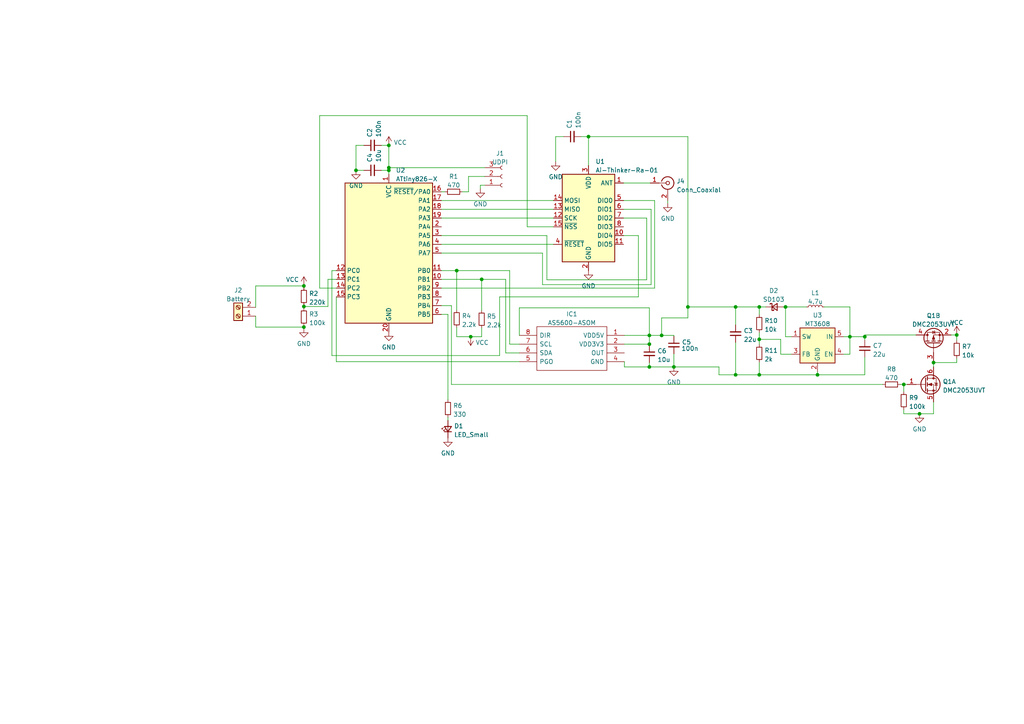
<source format=kicad_sch>
(kicad_sch (version 20211123) (generator eeschema)
  (paper "A4")
  (lib_symbols
    (symbol "AS5600-ASOM:AS5600-ASOM" (pin_names (offset 0.762))
      (property "Reference" "IC" (at 26.67 7.62 0))
      (property "Value" "AS5600-ASOM" (at 26.67 5.08 0))
      (symbol "AS5600-ASOM_0_0"
        (pin passive line (at 0 0 0) (length 5.08) (name "VDD5V") (number "1"))
        (pin passive line (at 0 -2.54 0) (length 5.08) (name "VDD3V3") (number "2"))
        (pin passive line (at 0 -5.08 0) (length 5.08) (name "OUT") (number "3"))
        (pin passive line (at 0 -7.62 0) (length 5.08) (name "GND") (number "4"))
        (pin passive line (at 30.48 -7.62 180) (length 5.08) (name "PGO") (number "5"))
        (pin passive line (at 30.48 -5.08 180) (length 5.08) (name "SDA") (number "6"))
        (pin passive line (at 30.48 -2.54 180) (length 5.08) (name "SCL") (number "7"))
        (pin passive line (at 30.48 0 180) (length 5.08) (name "DIR") (number "8"))
      )
      (symbol "AS5600-ASOM_0_1"
        (polyline (pts (xy 5.08 2.54) (xy 25.4 2.54) (xy 25.4 -10.16) (xy 5.08 -10.16) (xy 5.08 2.54)) (stroke (width 0.1524)))
      )
    )
    (symbol "Connector:Conn_01x03_Female" (pin_names (offset 1.016) hide)
      (property "Reference" "J" (at 0 5.08 0))
      (property "Value" "Conn_01x03_Female" (at 0 -5.08 0))
      (symbol "Conn_01x03_Female_1_1"
        (arc (start 0 -2.032) (mid -0.508 -2.54) (end 0 -3.048) (stroke (width 0.1524)))
        (polyline (pts (xy -1.27 -2.54) (xy -0.508 -2.54)) (stroke (width 0.1524)))
        (polyline (pts (xy -1.27 0) (xy -0.508 0)) (stroke (width 0.1524)))
        (polyline (pts (xy -1.27 2.54) (xy -0.508 2.54)) (stroke (width 0.1524)))
        (arc (start 0 0.508) (mid -0.508 0) (end 0 -0.508) (stroke (width 0.1524)))
        (arc (start 0 3.048) (mid -0.508 2.54) (end 0 2.032) (stroke (width 0.1524)))
        (pin passive line (at -5.08 2.54 0) (length 3.81) (name "Pin_1") (number "1"))
        (pin passive line (at -5.08 0 0) (length 3.81) (name "Pin_2") (number "2"))
        (pin passive line (at -5.08 -2.54 0) (length 3.81) (name "Pin_3") (number "3"))
      )
    )
    (symbol "Connector:Conn_Coaxial" (pin_names (offset 1.016) hide)
      (property "Reference" "J" (at 0.254 3.048 0))
      (property "Value" "Conn_Coaxial" (at 2.921 0 90))
      (symbol "Conn_Coaxial_0_1"
        (arc (start -1.778 -0.508) (mid 0.2311 -1.8066) (end 1.778 0) (stroke (width 0.254)))
        (polyline (pts (xy -2.54 0) (xy -0.508 0)))
        (polyline (pts (xy 0 -2.54) (xy 0 -1.778)))
        (circle (center 0 0) (radius 0.508) (stroke (width 0.2032)))
        (arc (start 1.778 0) (mid 0.2099 1.8101) (end -1.778 0.508) (stroke (width 0.254)))
      )
      (symbol "Conn_Coaxial_1_1"
        (pin passive line (at -5.08 0 0) (length 2.54) (name "In") (number "1"))
        (pin passive line (at 0 -5.08 90) (length 2.54) (name "Ext") (number "2"))
      )
    )
    (symbol "Connector:Screw_Terminal_01x02" (pin_names (offset 1.016) hide)
      (property "Reference" "J" (at 0 2.54 0))
      (property "Value" "Screw_Terminal_01x02" (at 0 -5.08 0))
      (symbol "Screw_Terminal_01x02_1_1"
        (rectangle (start -1.27 1.27) (end 1.27 -3.81) (stroke (width 0.254)) (fill (type background)))
        (circle (center 0 -2.54) (radius 0.635) (stroke (width 0.1524)))
        (polyline (pts (xy -0.5334 -2.2098) (xy 0.3302 -3.048)) (stroke (width 0.1524)))
        (polyline (pts (xy -0.5334 0.3302) (xy 0.3302 -0.508)) (stroke (width 0.1524)))
        (polyline (pts (xy -0.3556 -2.032) (xy 0.508 -2.8702)) (stroke (width 0.1524)))
        (polyline (pts (xy -0.3556 0.508) (xy 0.508 -0.3302)) (stroke (width 0.1524)))
        (circle (center 0 0) (radius 0.635) (stroke (width 0.1524)))
        (pin passive line (at -5.08 0 0) (length 3.81) (name "Pin_1") (number "1"))
        (pin passive line (at -5.08 -2.54 0) (length 3.81) (name "Pin_2") (number "2"))
      )
    )
    (symbol "Device:C_Small" (pin_numbers hide) (pin_names (offset 0.254) hide)
      (property "Reference" "C" (at 0.254 1.778 0))
      (property "Value" "C_Small" (at 0.254 -2.032 0))
      (symbol "C_Small_0_1"
        (polyline (pts (xy -1.524 -0.508) (xy 1.524 -0.508)) (stroke (width 0.3302)))
        (polyline (pts (xy -1.524 0.508) (xy 1.524 0.508)) (stroke (width 0.3048)))
      )
      (symbol "C_Small_1_1"
        (pin passive line (at 0 2.54 270) (length 2.032) (name "~") (number "1"))
        (pin passive line (at 0 -2.54 90) (length 2.032) (name "~") (number "2"))
      )
    )
    (symbol "Device:D_Schottky_Small" (pin_numbers hide) (pin_names (offset 0.254) hide)
      (property "Reference" "D" (at -1.27 2.032 0))
      (property "Value" "D_Schottky_Small" (at -7.112 -2.032 0))
      (symbol "D_Schottky_Small_0_1"
        (polyline (pts (xy -0.762 0) (xy 0.762 0)))
        (polyline (pts (xy 0.762 -1.016) (xy -0.762 0) (xy 0.762 1.016) (xy 0.762 -1.016)) (stroke (width 0.254)))
        (polyline (pts (xy -1.27 0.762) (xy -1.27 1.016) (xy -0.762 1.016) (xy -0.762 -1.016) (xy -0.254 -1.016) (xy -0.254 -0.762)) (stroke (width 0.254)))
      )
      (symbol "D_Schottky_Small_1_1"
        (pin passive line (at -2.54 0 0) (length 1.778) (name "K") (number "1"))
        (pin passive line (at 2.54 0 180) (length 1.778) (name "A") (number "2"))
      )
    )
    (symbol "Device:LED_Small" (pin_numbers hide) (pin_names (offset 0.254) hide)
      (property "Reference" "D" (at -1.27 3.175 0))
      (property "Value" "LED_Small" (at -4.445 -2.54 0))
      (symbol "LED_Small_0_1"
        (polyline (pts (xy -0.762 -1.016) (xy -0.762 1.016)) (stroke (width 0.254)))
        (polyline (pts (xy 1.016 0) (xy -0.762 0)))
        (polyline (pts (xy 0.762 -1.016) (xy -0.762 0) (xy 0.762 1.016) (xy 0.762 -1.016)) (stroke (width 0.254)))
        (polyline (pts (xy 0 0.762) (xy -0.508 1.27) (xy -0.254 1.27) (xy -0.508 1.27) (xy -0.508 1.016)))
        (polyline (pts (xy 0.508 1.27) (xy 0 1.778) (xy 0.254 1.778) (xy 0 1.778) (xy 0 1.524)))
      )
      (symbol "LED_Small_1_1"
        (pin passive line (at -2.54 0 0) (length 1.778) (name "K") (number "1"))
        (pin passive line (at 2.54 0 180) (length 1.778) (name "A") (number "2"))
      )
    )
    (symbol "Device:L_Small" (pin_numbers hide) (pin_names (offset 0.254) hide)
      (property "Reference" "L" (at 0.762 1.016 0))
      (property "Value" "L_Small" (at 0.762 -1.016 0))
      (symbol "L_Small_0_1"
        (arc (start 0 -2.032) (mid 0.508 -1.524) (end 0 -1.016))
        (arc (start 0 -1.016) (mid 0.508 -0.508) (end 0 0))
        (arc (start 0 0) (mid 0.508 0.508) (end 0 1.016))
        (arc (start 0 1.016) (mid 0.508 1.524) (end 0 2.032))
      )
      (symbol "L_Small_1_1"
        (pin passive line (at 0 2.54 270) (length 0.508) (name "~") (number "1"))
        (pin passive line (at 0 -2.54 90) (length 0.508) (name "~") (number "2"))
      )
    )
    (symbol "Device:R_Small" (pin_numbers hide) (pin_names (offset 0.254) hide)
      (property "Reference" "R" (at 0.762 0.508 0))
      (property "Value" "R_Small" (at 0.762 -1.016 0))
      (symbol "R_Small_0_1"
        (rectangle (start -0.762 1.778) (end 0.762 -1.778) (stroke (width 0.2032)))
      )
      (symbol "R_Small_1_1"
        (pin passive line (at 0 2.54 270) (length 0.762) (name "~") (number "1"))
        (pin passive line (at 0 -2.54 90) (length 0.762) (name "~") (number "2"))
      )
    )
    (symbol "MCU_Microchip_ATtiny:ATtiny826-X"
      (property "Reference" "U" (at -12.7 21.59 0))
      (property "Value" "ATtiny826-X" (at 2.54 -21.59 0))
      (symbol "ATtiny826-X_0_1"
        (rectangle (start -12.7 -20.32) (end 12.7 20.32) (stroke (width 0.254)) (fill (type background)))
      )
      (symbol "ATtiny826-X_1_1"
        (pin power_in line (at 0 22.86 270) (length 2.54) (name "VCC") (number "1"))
        (pin bidirectional line (at 15.24 -7.62 180) (length 2.54) (name "PB1") (number "10"))
        (pin bidirectional line (at 15.24 -5.08 180) (length 2.54) (name "PB0") (number "11"))
        (pin bidirectional line (at -15.24 -5.08 0) (length 2.54) (name "PC0") (number "12"))
        (pin bidirectional line (at -15.24 -7.62 0) (length 2.54) (name "PC1") (number "13"))
        (pin bidirectional line (at -15.24 -10.16 0) (length 2.54) (name "PC2") (number "14"))
        (pin bidirectional line (at -15.24 -12.7 0) (length 2.54) (name "PC3") (number "15"))
        (pin bidirectional line (at 15.24 17.78 180) (length 2.54) (name "~{RESET}/PA0") (number "16"))
        (pin bidirectional line (at 15.24 15.24 180) (length 2.54) (name "PA1") (number "17"))
        (pin bidirectional line (at 15.24 12.7 180) (length 2.54) (name "PA2") (number "18"))
        (pin bidirectional line (at 15.24 10.16 180) (length 2.54) (name "PA3") (number "19"))
        (pin bidirectional line (at 15.24 7.62 180) (length 2.54) (name "PA4") (number "2"))
        (pin power_in line (at 0 -22.86 90) (length 2.54) (name "GND") (number "20"))
        (pin bidirectional line (at 15.24 5.08 180) (length 2.54) (name "PA5") (number "3"))
        (pin bidirectional line (at 15.24 2.54 180) (length 2.54) (name "PA6") (number "4"))
        (pin bidirectional line (at 15.24 0 180) (length 2.54) (name "PA7") (number "5"))
        (pin bidirectional line (at 15.24 -17.78 180) (length 2.54) (name "PB5") (number "6"))
        (pin bidirectional line (at 15.24 -15.24 180) (length 2.54) (name "PB4") (number "7"))
        (pin bidirectional line (at 15.24 -12.7 180) (length 2.54) (name "PB3") (number "8"))
        (pin bidirectional line (at 15.24 -10.16 180) (length 2.54) (name "PB2") (number "9"))
      )
    )
    (symbol "RF_Module:Ai-Thinker-Ra-01"
      (property "Reference" "U" (at 2.54 17.78 0))
      (property "Value" "Ai-Thinker-Ra-01" (at 13.97 -15.24 0))
      (symbol "Ai-Thinker-Ra-01_0_1"
        (rectangle (start -7.62 12.7) (end 7.62 -12.7) (stroke (width 0.254)) (fill (type background)))
      )
      (symbol "Ai-Thinker-Ra-01_1_1"
        (pin passive line (at 10.16 10.16 180) (length 2.54) (name "ANT") (number "1"))
        (pin bidirectional line (at 10.16 -5.08 180) (length 2.54) (name "DIO4") (number "10"))
        (pin bidirectional line (at 10.16 -7.62 180) (length 2.54) (name "DIO5") (number "11"))
        (pin input line (at -10.16 0 0) (length 2.54) (name "SCK") (number "12"))
        (pin output line (at -10.16 2.54 0) (length 2.54) (name "MISO") (number "13"))
        (pin input line (at -10.16 5.08 0) (length 2.54) (name "MOSI") (number "14"))
        (pin input line (at -10.16 -2.54 0) (length 2.54) (name "~{NSS}") (number "15"))
        (pin passive line (at 0 -15.24 90) (length 2.54) hide (name "GND") (number "16"))
        (pin power_in line (at 0 -15.24 90) (length 2.54) (name "GND") (number "2"))
        (pin power_in line (at 0 15.24 270) (length 2.54) (name "VDD") (number "3"))
        (pin input line (at -10.16 -7.62 0) (length 2.54) (name "~{RESET}") (number "4"))
        (pin bidirectional line (at 10.16 5.08 180) (length 2.54) (name "DIO0") (number "5"))
        (pin bidirectional line (at 10.16 2.54 180) (length 2.54) (name "DIO1") (number "6"))
        (pin bidirectional line (at 10.16 0 180) (length 2.54) (name "DIO2") (number "7"))
        (pin bidirectional line (at 10.16 -2.54 180) (length 2.54) (name "DIO3") (number "8"))
        (pin passive line (at 0 -15.24 90) (length 2.54) hide (name "GND") (number "9"))
      )
    )
    (symbol "Regulator_Switching:MT3608"
      (property "Reference" "U" (at -2.54 8.89 0))
      (property "Value" "MT3608" (at -3.81 6.35 0))
      (symbol "MT3608_0_1"
        (rectangle (start -5.08 5.08) (end 5.08 -5.08) (stroke (width 0.254)) (fill (type background)))
      )
      (symbol "MT3608_1_1"
        (pin passive line (at 7.62 2.54 180) (length 2.54) (name "SW") (number "1"))
        (pin power_in line (at 0 -7.62 90) (length 2.54) (name "GND") (number "2"))
        (pin input line (at 7.62 -2.54 180) (length 2.54) (name "FB") (number "3"))
        (pin input line (at -7.62 -2.54 0) (length 2.54) (name "EN") (number "4"))
        (pin power_in line (at -7.62 2.54 0) (length 2.54) (name "IN") (number "5"))
        (pin no_connect line (at 5.08 0 180) (length 2.54) hide (name "NC") (number "6"))
      )
    )
    (symbol "Transistor_FET:DMC2053UVT" (pin_names hide)
      (property "Reference" "Q" (at 3.175 1.27 0))
      (property "Value" "DMC2053UVT" (at 3.175 -1.27 0))
      (symbol "DMC2053UVT_0_1"
        (circle (center -0.889 0) (radius 2.794) (stroke (width 0.254)))
        (circle (center 0 -1.778) (radius 0.254) (fill (type outline)))
        (polyline (pts (xy -2.286 0) (xy -5.08 0)))
        (polyline (pts (xy -2.286 1.905) (xy -2.286 -1.905)) (stroke (width 0.254)))
        (polyline (pts (xy -1.778 -1.27) (xy -1.778 -2.286)) (stroke (width 0.254)))
        (polyline (pts (xy -1.778 0.508) (xy -1.778 -0.508)) (stroke (width 0.254)))
        (polyline (pts (xy -1.778 2.286) (xy -1.778 1.27)) (stroke (width 0.254)))
        (polyline (pts (xy 0 2.54) (xy 0 1.778)))
        (polyline (pts (xy 0 -2.54) (xy 0 0) (xy -1.778 0)))
        (polyline (pts (xy -1.778 -1.778) (xy 0.762 -1.778) (xy 0.762 1.778) (xy -1.778 1.778)))
        (circle (center 0 1.778) (radius 0.254) (fill (type outline)))
      )
      (symbol "DMC2053UVT_1_1"
        (polyline (pts (xy -1.524 0) (xy -0.508 0.381) (xy -0.508 -0.381) (xy -1.524 0)) (fill (type outline)))
        (polyline (pts (xy 0.254 0.508) (xy 0.381 0.381) (xy 1.143 0.381) (xy 1.27 0.254)))
        (polyline (pts (xy 0.762 0.381) (xy 0.381 -0.254) (xy 1.143 -0.254) (xy 0.762 0.381)))
        (pin passive line (at -7.62 0 0) (length 2.54) (name "G") (number "1"))
        (pin passive line (at 0 -5.08 90) (length 2.54) (name "S") (number "5"))
        (pin passive line (at 0 5.08 270) (length 2.54) (name "D") (number "6"))
      )
      (symbol "DMC2053UVT_2_1"
        (polyline (pts (xy -0.254 0) (xy -1.27 0.381) (xy -1.27 -0.381) (xy -0.254 0)) (fill (type outline)))
        (polyline (pts (xy 0.254 -0.508) (xy 0.381 -0.381) (xy 1.143 -0.381) (xy 1.27 -0.254)))
        (polyline (pts (xy 0.762 -0.381) (xy 0.381 0.254) (xy 1.143 0.254) (xy 0.762 -0.381)))
        (pin passive line (at 0 -5.08 90) (length 2.54) (name "S") (number "2"))
        (pin passive line (at -7.62 0 0) (length 2.54) (name "G") (number "3"))
        (pin passive line (at 0 5.08 270) (length 2.54) (name "D") (number "4"))
      )
    )
    (symbol "power:GND" (power) (pin_names (offset 0))
      (property "Value" "GND" (at 0 -3.81 0))
      (symbol "GND_0_1"
        (polyline (pts (xy 0 0) (xy 0 -1.27) (xy 1.27 -1.27) (xy 0 -2.54) (xy -1.27 -1.27) (xy 0 -1.27)))
      )
      (symbol "GND_1_1"
        (pin power_in line (at 0 0 270) (length 0) hide (name "GND") (number "1"))
      )
    )
    (symbol "power:VCC" (power) (pin_names (offset 0))
      (property "Value" "VCC" (at 0 3.81 0))
      (symbol "VCC_0_1"
        (polyline (pts (xy -0.762 1.27) (xy 0 2.54)))
        (polyline (pts (xy 0 0) (xy 0 2.54)))
        (polyline (pts (xy 0 2.54) (xy 0.762 1.27)))
      )
      (symbol "VCC_1_1"
        (pin power_in line (at 0 0 90) (length 0) hide (name "VCC") (number "1"))
      )
    )
  )
  (junction (at 277.495 97.155))
  (junction (at 112.776 48.641))
  (junction (at 266.7 120.015))
  (junction (at 88.138 88.9))
  (junction (at 139.7 81.026))
  (junction (at 250.825 97.663))
  (junction (at 213.36 108.712))
  (junction (at 88.138 94.869))
  (junction (at 227.838 89.027))
  (junction (at 220.218 98.425))
  (junction (at 262.128 111.506))
  (junction (at 195.453 106.426))
  (junction (at 246.507 97.663))
  (junction (at 132.461 78.486))
  (junction (at 112.776 49.403))
  (junction (at 237.109 108.712))
  (junction (at 188.341 97.282))
  (junction (at 136.525 97.663))
  (junction (at 170.688 39.624))
  (junction (at 188.341 99.822))
  (junction (at 191.897 97.282))
  (junction (at 103.251 49.403))
  (junction (at 213.36 89.027))
  (junction (at 199.517 89.027))
  (junction (at 220.218 89.027))
  (junction (at 220.218 108.712))
  (junction (at 112.776 42.164))
  (junction (at 88.138 82.931))
  (junction (at 188.341 106.426))
  (junction (at 270.764 105.156))
  (wire (pts (xy 74.168 89.154) (xy 74.168 82.931)))
  (wire (pts (xy 139.7 97.663) (xy 136.525 97.663)))
  (wire (pts (xy 132.461 78.486) (xy 132.461 89.916)))
  (wire (pts (xy 270.764 116.586) (xy 270.764 120.015)))
  (wire (pts (xy 180.848 58.166) (xy 189.865 58.166)))
  (wire (pts (xy 158.623 81.153) (xy 158.623 68.326)))
  (wire (pts (xy 185.166 86.106) (xy 185.166 68.326)))
  (wire (pts (xy 103.251 42.164) (xy 103.251 49.403)))
  (wire (pts (xy 74.168 82.931) (xy 88.138 82.931)))
  (wire (pts (xy 195.453 106.426) (xy 208.534 106.426)))
  (wire (pts (xy 88.138 94.869) (xy 88.138 95.25)))
  (wire (pts (xy 266.7 120.015) (xy 262.128 120.015)))
  (wire (pts (xy 220.218 105.029) (xy 220.218 108.712)))
  (wire (pts (xy 220.218 108.712) (xy 237.109 108.712)))
  (wire (pts (xy 256.032 111.506) (xy 130.937 111.506)))
  (wire (pts (xy 262.128 111.506) (xy 262.128 113.665)))
  (wire (pts (xy 188.849 60.706) (xy 188.849 82.55)))
  (wire (pts (xy 135.89 51.181) (xy 135.89 55.626)))
  (wire (pts (xy 250.825 97.155) (xy 250.825 97.663)))
  (wire (pts (xy 277.495 98.806) (xy 277.495 97.155)))
  (wire (pts (xy 246.507 97.663) (xy 250.825 97.663)))
  (wire (pts (xy 112.776 42.164) (xy 110.617 42.164)))
  (wire (pts (xy 150.622 102.362) (xy 146.685 102.362)))
  (wire (pts (xy 233.934 89.027) (xy 227.838 89.027)))
  (wire (pts (xy 129.921 91.186) (xy 128.016 91.186)))
  (wire (pts (xy 92.71 33.528) (xy 92.71 83.566)))
  (wire (pts (xy 95.123 88.9) (xy 88.138 88.9)))
  (wire (pts (xy 128.016 70.866) (xy 160.528 70.866)))
  (wire (pts (xy 199.517 89.027) (xy 199.517 92.202)))
  (wire (pts (xy 157.353 73.406) (xy 128.016 73.406)))
  (wire (pts (xy 129.921 121.031) (xy 129.921 121.92)))
  (wire (pts (xy 96.266 78.486) (xy 97.536 78.486)))
  (wire (pts (xy 191.897 92.202) (xy 199.517 92.202)))
  (wire (pts (xy 244.729 102.743) (xy 246.507 102.743)))
  (wire (pts (xy 181.102 104.902) (xy 181.102 106.426)))
  (wire (pts (xy 112.776 48.641) (xy 112.776 49.403)))
  (wire (pts (xy 187.579 81.153) (xy 158.623 81.153)))
  (wire (pts (xy 170.688 39.624) (xy 199.517 39.624)))
  (wire (pts (xy 139.319 53.721) (xy 140.589 53.721)))
  (wire (pts (xy 191.897 97.282) (xy 191.897 92.202)))
  (wire (pts (xy 195.453 106.426) (xy 195.453 102.616)))
  (wire (pts (xy 74.168 94.869) (xy 88.138 94.869)))
  (wire (pts (xy 226.441 102.743) (xy 226.441 98.425)))
  (wire (pts (xy 277.495 105.156) (xy 270.764 105.156)))
  (wire (pts (xy 163.449 39.624) (xy 161.163 39.624)))
  (wire (pts (xy 181.102 97.282) (xy 188.341 97.282)))
  (wire (pts (xy 220.218 89.027) (xy 222.123 89.027)))
  (wire (pts (xy 188.341 106.426) (xy 195.453 106.426)))
  (wire (pts (xy 128.016 58.166) (xy 160.528 58.166)))
  (wire (pts (xy 250.825 108.712) (xy 237.109 108.712)))
  (wire (pts (xy 139.7 95.123) (xy 139.7 97.663)))
  (wire (pts (xy 158.623 68.326) (xy 128.016 68.326)))
  (wire (pts (xy 246.507 89.027) (xy 246.507 97.663)))
  (wire (pts (xy 130.937 111.506) (xy 130.937 88.646)))
  (wire (pts (xy 139.319 54.737) (xy 139.319 53.721)))
  (wire (pts (xy 140.589 51.181) (xy 135.89 51.181)))
  (wire (pts (xy 95.123 88.9) (xy 95.123 81.026)))
  (wire (pts (xy 191.897 97.282) (xy 195.453 97.282)))
  (wire (pts (xy 181.102 99.822) (xy 188.341 99.822)))
  (wire (pts (xy 157.353 82.55) (xy 157.353 73.406)))
  (wire (pts (xy 208.534 106.426) (xy 208.534 108.712)))
  (wire (pts (xy 227.838 97.663) (xy 229.489 97.663)))
  (wire (pts (xy 226.441 98.425) (xy 220.218 98.425)))
  (wire (pts (xy 88.138 82.804) (xy 88.138 82.931)))
  (wire (pts (xy 136.525 97.663) (xy 132.461 97.663)))
  (wire (pts (xy 152.908 33.528) (xy 92.71 33.528)))
  (wire (pts (xy 88.138 88.519) (xy 88.138 88.9)))
  (wire (pts (xy 220.218 96.393) (xy 220.218 98.425)))
  (wire (pts (xy 180.848 60.706) (xy 188.849 60.706)))
  (wire (pts (xy 277.495 103.886) (xy 277.495 105.156)))
  (wire (pts (xy 208.534 108.712) (xy 213.36 108.712)))
  (wire (pts (xy 150.622 99.822) (xy 147.828 99.822)))
  (wire (pts (xy 263.144 111.506) (xy 262.128 111.506)))
  (wire (pts (xy 261.112 111.506) (xy 262.128 111.506)))
  (wire (pts (xy 277.495 97.155) (xy 275.844 97.155)))
  (wire (pts (xy 188.341 105.156) (xy 188.341 106.426)))
  (wire (pts (xy 246.507 97.663) (xy 244.729 97.663)))
  (wire (pts (xy 103.251 49.403) (xy 105.537 49.403)))
  (wire (pts (xy 185.166 86.106) (xy 144.907 86.106)))
  (wire (pts (xy 88.138 94.488) (xy 88.138 94.869)))
  (wire (pts (xy 147.828 78.486) (xy 132.461 78.486)))
  (wire (pts (xy 250.825 103.632) (xy 250.825 108.712)))
  (wire (pts (xy 239.014 89.027) (xy 246.507 89.027)))
  (wire (pts (xy 170.688 39.624) (xy 170.688 48.006)))
  (wire (pts (xy 195.453 97.282) (xy 195.453 97.536)))
  (wire (pts (xy 227.838 89.027) (xy 227.838 97.663)))
  (wire (pts (xy 110.617 49.403) (xy 112.776 49.403)))
  (wire (pts (xy 150.622 97.282) (xy 150.622 89.281)))
  (wire (pts (xy 199.517 89.027) (xy 213.36 89.027)))
  (wire (pts (xy 187.579 63.246) (xy 187.579 81.153)))
  (wire (pts (xy 170.688 39.624) (xy 168.529 39.624)))
  (wire (pts (xy 132.461 97.663) (xy 132.461 94.996)))
  (wire (pts (xy 185.166 68.326) (xy 180.848 68.326)))
  (wire (pts (xy 128.016 63.246) (xy 160.528 63.246)))
  (wire (pts (xy 188.341 97.282) (xy 188.341 99.822)))
  (wire (pts (xy 199.517 39.624) (xy 199.517 89.027)))
  (wire (pts (xy 112.776 49.403) (xy 112.776 50.546)))
  (wire (pts (xy 262.128 120.015) (xy 262.128 118.745)))
  (wire (pts (xy 229.489 102.743) (xy 226.441 102.743)))
  (wire (pts (xy 189.865 58.166) (xy 189.865 83.566)))
  (wire (pts (xy 112.776 48.641) (xy 140.589 48.641)))
  (wire (pts (xy 220.218 98.425) (xy 220.218 99.949)))
  (wire (pts (xy 144.907 86.106) (xy 144.907 103.124)))
  (wire (pts (xy 150.622 89.281) (xy 188.341 89.281)))
  (wire (pts (xy 227.203 89.027) (xy 227.838 89.027)))
  (wire (pts (xy 146.685 102.362) (xy 146.685 81.026)))
  (wire (pts (xy 88.138 82.931) (xy 88.138 83.439)))
  (wire (pts (xy 146.685 81.026) (xy 139.7 81.026)))
  (wire (pts (xy 97.536 104.902) (xy 97.536 86.106)))
  (wire (pts (xy 152.908 65.786) (xy 152.908 33.528)))
  (wire (pts (xy 105.537 42.164) (xy 103.251 42.164)))
  (wire (pts (xy 135.89 55.626) (xy 134.112 55.626)))
  (wire (pts (xy 220.218 91.313) (xy 220.218 89.027)))
  (wire (pts (xy 250.825 97.663) (xy 250.825 98.552)))
  (wire (pts (xy 128.016 60.706) (xy 160.528 60.706)))
  (wire (pts (xy 112.776 42.164) (xy 112.776 48.641)))
  (wire (pts (xy 130.937 88.646) (xy 128.016 88.646)))
  (wire (pts (xy 213.36 108.712) (xy 220.218 108.712)))
  (wire (pts (xy 188.341 89.281) (xy 188.341 97.282)))
  (wire (pts (xy 144.907 103.124) (xy 96.266 103.124)))
  (wire (pts (xy 246.507 102.743) (xy 246.507 97.663)))
  (wire (pts (xy 139.7 81.026) (xy 128.016 81.026)))
  (wire (pts (xy 160.528 65.786) (xy 152.908 65.786)))
  (wire (pts (xy 129.921 115.951) (xy 129.921 91.186)))
  (wire (pts (xy 220.218 89.027) (xy 213.36 89.027)))
  (wire (pts (xy 181.102 106.426) (xy 188.341 106.426)))
  (wire (pts (xy 270.764 105.156) (xy 270.764 104.775)))
  (wire (pts (xy 270.764 120.015) (xy 266.7 120.015)))
  (wire (pts (xy 188.341 99.822) (xy 188.341 100.076)))
  (wire (pts (xy 193.675 58.166) (xy 193.675 58.928)))
  (wire (pts (xy 96.266 103.124) (xy 96.266 78.486)))
  (wire (pts (xy 92.71 83.566) (xy 97.536 83.566)))
  (wire (pts (xy 189.865 83.566) (xy 128.016 83.566)))
  (wire (pts (xy 97.536 104.902) (xy 150.622 104.902)))
  (wire (pts (xy 95.123 81.026) (xy 97.536 81.026)))
  (wire (pts (xy 213.36 99.314) (xy 213.36 108.712)))
  (wire (pts (xy 161.163 39.624) (xy 161.163 46.863)))
  (wire (pts (xy 132.461 78.486) (xy 128.016 78.486)))
  (wire (pts (xy 147.828 99.822) (xy 147.828 78.486)))
  (wire (pts (xy 74.168 91.694) (xy 74.168 94.869)))
  (wire (pts (xy 270.764 105.156) (xy 270.764 106.426)))
  (wire (pts (xy 139.7 81.026) (xy 139.7 90.043)))
  (wire (pts (xy 88.138 88.9) (xy 88.138 89.408)))
  (wire (pts (xy 188.341 97.282) (xy 191.897 97.282)))
  (wire (pts (xy 188.849 82.55) (xy 157.353 82.55)))
  (wire (pts (xy 237.109 108.712) (xy 237.109 107.823)))
  (wire (pts (xy 250.825 97.155) (xy 265.684 97.155)))
  (wire (pts (xy 213.36 89.027) (xy 213.36 94.234)))
  (wire (pts (xy 180.848 63.246) (xy 187.579 63.246)))
  (wire (pts (xy 180.848 53.086) (xy 188.595 53.086)))
  (wire (pts (xy 128.016 55.626) (xy 129.032 55.626)))
  (symbol (lib_id "Device:LED_Small") (at 129.921 124.46 90) (unit 1)
    (property "Reference" "D1" (at 131.699 123.5618 90) (effects (justify right)))
    (property "Value" "LED_Small" (at 131.699 126.0987 90) (effects (justify right)))
    (property "Footprint" "LED_SMD:LED_0603_1608Metric_Pad1.05x0.95mm_HandSolder" (effects hide))
  )
  (symbol (lib_id "Device:R_Small") (at 131.572 55.626 90) (unit 1)
    (property "Reference" "R1" (at 131.572 51.1896 90))
    (property "Value" "470" (at 131.572 53.7265 90))
    (property "Footprint" "Resistor_SMD:R_0805_2012Metric_Pad1.20x1.40mm_HandSolder" (effects hide))
  )
  (symbol (lib_id "MCU_Microchip_ATtiny:ATtiny826-X") (at 112.776 73.406 0) (unit 1)
    (property "Reference" "U2" (at 114.7954 49.3862 0) (effects (justify left)))
    (property "Value" "ATtiny826-X" (at 114.7954 51.9231 0) (effects (justify left)))
    (property "Footprint" "Package_SO:SSOP-20_5.3x7.2mm_P0.65mm" (effects hide))
    (property "Datasheet" "https://ww1.microchip.com/downloads/en/DeviceDoc/ATtiny424-426-427-824-826-827-DataSheet-DS40002311A.pdf" (effects hide))
  )
  (symbol (lib_id "power:GND") (at 170.688 78.486 0) (unit 1)
    (property "Reference" "#PWR06" (effects hide))
    (property "Value" "GND" (at 170.688 82.9294 0))
  )
  (symbol (lib_id "Device:R_Small") (at 139.7 92.583 0) (unit 1)
    (property "Reference" "R5" (at 141.1986 91.7483 0) (effects (justify left)))
    (property "Value" "2.2k" (at 141.1986 94.2852 0) (effects (justify left)))
    (property "Footprint" "Resistor_SMD:R_0805_2012Metric_Pad1.20x1.40mm_HandSolder" (effects hide))
  )
  (symbol (lib_id "power:GND") (at 139.319 54.737 0) (unit 1)
    (property "Reference" "#PWR05" (effects hide))
    (property "Value" "GND" (at 139.319 59.1804 0))
  )
  (symbol (lib_id "power:VCC") (at 112.776 42.164 0) (unit 1)
    (property "Reference" "#PWR02" (effects hide))
    (property "Value" "VCC" (at 114.173 41.3278 0) (effects (justify left)))
  )
  (symbol (lib_id "Transistor_FET:DMC2053UVT") (at 270.764 97.155 90) (unit 2)
    (property "Reference" "Q1" (at 270.764 91.5502 90))
    (property "Value" "DMC2053UVT" (at 270.764 94.0871 90))
    (property "Footprint" "Package_TO_SOT_SMD:TSOT-23-6" (effects hide))
    (property "Datasheet" "https://www.diodes.com/assets/Datasheets/DMC2053UVT.pdf" (effects hide))
  )
  (symbol (lib_id "power:GND") (at 112.776 96.266 0) (unit 1)
    (property "Reference" "#PWR09" (effects hide))
    (property "Value" "GND" (at 112.776 100.7094 0))
  )
  (symbol (lib_id "Device:D_Schottky_Small") (at 224.663 89.027 0) (unit 1)
    (property "Reference" "D2" (at 224.409 84.3112 0))
    (property "Value" "SD103" (at 224.409 86.8481 0))
    (property "Footprint" "Diode_SMD:D_SOD-323_HandSoldering" (effects hide))
  )
  (symbol (lib_id "Device:C_Small") (at 108.077 49.403 90) (unit 1)
    (property "Reference" "C4" (at 107.2486 47.0789 0) (effects (justify left)))
    (property "Value" "10u" (at 109.7855 47.0789 0) (effects (justify left)))
    (property "Footprint" "Capacitor_SMD:C_0805_2012Metric_Pad1.18x1.45mm_HandSolder" (effects hide))
  )
  (symbol (lib_id "power:GND") (at 129.921 127 0) (unit 1)
    (property "Reference" "#PWR012" (effects hide))
    (property "Value" "GND" (at 129.921 131.4434 0))
  )
  (symbol (lib_id "Device:C_Small") (at 188.341 102.616 0) (unit 1)
    (property "Reference" "C6" (at 190.6651 101.7876 0) (effects (justify left)))
    (property "Value" "10u" (at 190.6651 104.3245 0) (effects (justify left)))
    (property "Footprint" "Capacitor_SMD:C_0805_2012Metric_Pad1.18x1.45mm_HandSolder" (effects hide))
  )
  (symbol (lib_id "power:GND") (at 103.251 49.403 0) (unit 1)
    (property "Reference" "#PWR04" (effects hide))
    (property "Value" "GND" (at 103.251 53.8464 0))
  )
  (symbol (lib_id "Connector:Screw_Terminal_01x02") (at 69.088 91.694 180) (unit 1)
    (property "Reference" "J2" (at 69.088 84.1842 0))
    (property "Value" "Battery" (at 69.088 86.7211 0))
    (property "Footprint" "Connector_PinHeader_2.54mm:PinHeader_1x02_P2.54mm_Horizontal" (effects hide))
  )
  (symbol (lib_id "Device:C_Small") (at 165.989 39.624 90) (unit 1)
    (property "Reference" "C1" (at 165.1606 37.2999 0) (effects (justify left)))
    (property "Value" "100n" (at 167.6975 37.2999 0) (effects (justify left)))
    (property "Footprint" "Capacitor_SMD:C_0805_2012Metric_Pad1.18x1.45mm_HandSolder" (effects hide))
  )
  (symbol (lib_id "power:VCC") (at 88.138 82.804 0) (unit 1)
    (property "Reference" "#PWR07" (effects hide))
    (property "Value" "VCC" (at 86.741 81.1002 0) (effects (justify right)))
  )
  (symbol (lib_id "Device:R_Small") (at 277.495 101.346 0) (unit 1)
    (property "Reference" "R7" (at 278.9936 100.5113 0) (effects (justify left)))
    (property "Value" "10k" (at 278.9936 103.0482 0) (effects (justify left)))
    (property "Footprint" "Resistor_SMD:R_0805_2012Metric_Pad1.20x1.40mm_HandSolder" (effects hide))
  )
  (symbol (lib_id "AS5600-ASOM:AS5600-ASOM") (at 181.102 97.282 0) (mirror y) (unit 1)
    (property "Reference" "IC1" (at 165.862 91.093 0))
    (property "Value" "AS5600-ASOM" (at 165.862 93.6299 0))
    (property "Footprint" "AS5600-ASOM:SOIC127P600X175-8N" (effects hide))
    (property "Datasheet" "https://datasheet.datasheetarchive.com/originals/distributors/DKDS-11/214624.pdf" (effects hide))
    (property "Description" "IC SENSOR MAG ROTARY 12BIT 8SOIC" (effects hide))
    (property "Height" "1.75" (effects hide))
    (property "Manufacturer_Name" "ams" (effects hide))
    (property "Manufacturer_Part_Number" "AS5600-ASOM" (effects hide))
    (property "Mouser Part Number" "985-AS5600-ASOM" (effects hide))
    (property "Mouser Price/Stock" "https://www.mouser.co.uk/ProductDetail/ams/AS5600-ASOM?qs=KTMMzrZdriG6aU1h9lJCUQ%3D%3D" (effects hide))
    (property "Arrow Part Number" "AS5600-ASOM" (effects hide))
    (property "Arrow Price/Stock" "https://www.arrow.com/en/products/as5600-asom/ams-ag?region=nac" (effects hide))
  )
  (symbol (lib_id "power:GND") (at 88.138 95.25 0) (unit 1)
    (property "Reference" "#PWR08" (effects hide))
    (property "Value" "GND" (at 88.138 99.6934 0))
  )
  (symbol (lib_id "Connector:Conn_Coaxial") (at 193.675 53.086 0) (unit 1)
    (property "Reference" "J4" (at 196.215 52.5445 0) (effects (justify left)))
    (property "Value" "Conn_Coaxial" (at 196.215 55.0814 0) (effects (justify left)))
    (property "Footprint" "Connector_Coaxial:SMA_Samtec_SMA-J-P-X-ST-EM1_EdgeMount" (effects hide))
    (property "Datasheet" " ~" (effects hide))
  )
  (symbol (lib_id "Device:R_Small") (at 262.128 116.205 0) (unit 1)
    (property "Reference" "R9" (at 263.6266 115.3703 0) (effects (justify left)))
    (property "Value" "100k" (at 263.6266 117.9072 0) (effects (justify left)))
    (property "Footprint" "Resistor_SMD:R_0805_2012Metric_Pad1.20x1.40mm_HandSolder" (effects hide))
  )
  (symbol (lib_id "power:VCC") (at 277.495 97.155 0) (unit 1)
    (property "Reference" "#PWR010" (effects hide))
    (property "Value" "VCC" (at 277.495 93.5792 0))
  )
  (symbol (lib_id "power:GND") (at 193.675 58.928 0) (unit 1)
    (property "Reference" "#PWR015" (effects hide))
    (property "Value" "GND" (at 193.675 63.3714 0))
  )
  (symbol (lib_id "power:GND") (at 161.163 46.863 0) (unit 1)
    (property "Reference" "#PWR03" (effects hide))
    (property "Value" "GND" (at 161.163 51.3064 0))
  )
  (symbol (lib_id "Device:C_Small") (at 195.453 100.076 0) (unit 1)
    (property "Reference" "C5" (at 197.7771 99.2476 0) (effects (justify left)))
    (property "Value" "100n" (at 197.612 101.092 0) (effects (justify left)))
    (property "Footprint" "Capacitor_SMD:C_0805_2012Metric_Pad1.18x1.45mm_HandSolder" (effects hide))
  )
  (symbol (lib_id "Device:R_Small") (at 88.138 85.979 180) (unit 1)
    (property "Reference" "R2" (at 89.6366 85.1443 0) (effects (justify right)))
    (property "Value" "220k" (at 89.6366 87.6812 0) (effects (justify right)))
    (property "Footprint" "Resistor_SMD:R_0805_2012Metric_Pad1.20x1.40mm_HandSolder" (effects hide))
  )
  (symbol (lib_id "RF_Module:Ai-Thinker-Ra-01") (at 170.688 63.246 0) (unit 1)
    (property "Reference" "U1" (at 172.7074 46.8462 0) (effects (justify left)))
    (property "Value" "Ai-Thinker-Ra-01" (at 172.7074 49.3831 0) (effects (justify left)))
    (property "Footprint" "RF_Module:Ai-Thinker-Ra-01-LoRa" (effects hide))
    (property "Datasheet" "http://wiki.ai-thinker.com/_media/lora/docs/c047ps01a1_ra-01_product_specification_v1.1.pdf" (effects hide))
  )
  (symbol (lib_id "Device:R_Small") (at 220.218 93.853 180) (unit 1)
    (property "Reference" "R10" (at 221.7166 93.0183 0) (effects (justify right)))
    (property "Value" "10k" (at 221.7166 95.5552 0) (effects (justify right)))
    (property "Footprint" "Resistor_SMD:R_0805_2012Metric_Pad1.20x1.40mm_HandSolder" (effects hide))
  )
  (symbol (lib_id "Device:R_Small") (at 129.921 118.491 0) (unit 1)
    (property "Reference" "R6" (at 131.4196 117.6563 0) (effects (justify left)))
    (property "Value" "330" (at 131.4196 120.1932 0) (effects (justify left)))
    (property "Footprint" "Resistor_SMD:R_0805_2012Metric_Pad1.20x1.40mm_HandSolder" (effects hide))
  )
  (symbol (lib_id "Connector:Conn_01x03_Female") (at 145.669 51.181 0) (mirror x) (unit 1)
    (property "Reference" "J1" (at 145.034 44.484 0))
    (property "Value" "UDPI" (at 145.034 47.0209 0))
    (property "Footprint" "Connector_PinHeader_2.54mm:PinHeader_1x03_P2.54mm_Vertical" (effects hide))
  )
  (symbol (lib_id "Device:R_Small") (at 258.572 111.506 90) (unit 1)
    (property "Reference" "R8" (at 258.572 107.0696 90))
    (property "Value" "470" (at 258.572 109.6065 90))
    (property "Footprint" "Resistor_SMD:R_0805_2012Metric_Pad1.20x1.40mm_HandSolder" (effects hide))
  )
  (symbol (lib_id "Device:L_Small") (at 236.474 89.027 90) (unit 1)
    (property "Reference" "L1" (at 236.474 84.9462 90))
    (property "Value" "4.7u" (at 236.474 87.4831 90))
    (property "Footprint" "Inductor_SMD:L_0805_2012Metric_Pad1.15x1.40mm_HandSolder" (effects hide))
  )
  (symbol (lib_id "Transistor_FET:DMC2053UVT") (at 270.764 111.506 0) (unit 1)
    (property "Reference" "Q1" (at 273.431 110.6713 0) (effects (justify left)))
    (property "Value" "DMC2053UVT" (at 273.431 113.2082 0) (effects (justify left)))
    (property "Footprint" "Package_TO_SOT_SMD:TSOT-23-6" (effects hide))
    (property "Datasheet" "https://www.diodes.com/assets/Datasheets/DMC2053UVT.pdf" (effects hide))
  )
  (symbol (lib_id "Device:R_Small") (at 220.218 102.489 180) (unit 1)
    (property "Reference" "R11" (at 221.7166 101.6543 0) (effects (justify right)))
    (property "Value" "2k" (at 221.7166 104.1912 0) (effects (justify right)))
    (property "Footprint" "Resistor_SMD:R_0805_2012Metric_Pad1.20x1.40mm_HandSolder" (effects hide))
  )
  (symbol (lib_id "power:GND") (at 266.7 120.015 0) (unit 1)
    (property "Reference" "#PWR0101" (effects hide))
    (property "Value" "GND" (at 266.7 124.4584 0))
  )
  (symbol (lib_id "Regulator_Switching:MT3608") (at 237.109 100.203 0) (mirror y) (unit 1)
    (property "Reference" "U3" (at 237.109 91.4232 0))
    (property "Value" "MT3608" (at 237.109 93.9601 0))
    (property "Footprint" "Package_TO_SOT_SMD:SOT-23-6" (effects hide))
    (property "Datasheet" "https://www.olimex.com/Products/Breadboarding/BB-PWR-3608/resources/MT3608.pdf" (effects hide))
  )
  (symbol (lib_id "Device:R_Small") (at 88.138 91.948 180) (unit 1)
    (property "Reference" "R3" (at 89.6366 91.1133 0) (effects (justify right)))
    (property "Value" "100k" (at 89.6366 93.6502 0) (effects (justify right)))
    (property "Footprint" "Resistor_SMD:R_0805_2012Metric_Pad1.20x1.40mm_HandSolder" (effects hide))
  )
  (symbol (lib_id "power:GND") (at 195.453 106.426 0) (unit 1)
    (property "Reference" "#PWR014" (effects hide))
    (property "Value" "GND" (at 195.453 110.8694 0))
  )
  (symbol (lib_id "power:VCC") (at 136.525 97.663 180) (unit 1)
    (property "Reference" "#PWR011" (effects hide))
    (property "Value" "VCC" (at 137.922 99.3668 0) (effects (justify right)))
  )
  (symbol (lib_id "Device:C_Small") (at 250.825 101.092 180) (unit 1)
    (property "Reference" "C7" (at 253.1491 100.2509 0) (effects (justify right)))
    (property "Value" "22u" (at 253.1491 102.7878 0) (effects (justify right)))
    (property "Footprint" "Capacitor_SMD:C_0805_2012Metric_Pad1.18x1.45mm_HandSolder" (effects hide))
  )
  (symbol (lib_id "Device:R_Small") (at 132.461 92.456 0) (unit 1)
    (property "Reference" "R4" (at 133.9596 91.6213 0) (effects (justify left)))
    (property "Value" "2.2k" (at 133.9596 94.1582 0) (effects (justify left)))
    (property "Footprint" "Resistor_SMD:R_0805_2012Metric_Pad1.20x1.40mm_HandSolder" (effects hide))
  )
  (symbol (lib_id "Device:C_Small") (at 108.077 42.164 90) (unit 1)
    (property "Reference" "C2" (at 107.2486 39.8399 0) (effects (justify left)))
    (property "Value" "100n" (at 109.7855 39.8399 0) (effects (justify left)))
    (property "Footprint" "Capacitor_SMD:C_0805_2012Metric_Pad1.18x1.45mm_HandSolder" (effects hide))
  )
  (symbol (lib_id "Device:C_Small") (at 213.36 96.774 180) (unit 1)
    (property "Reference" "C3" (at 215.6841 95.9329 0) (effects (justify right)))
    (property "Value" "22u" (at 215.6841 98.4698 0) (effects (justify right)))
    (property "Footprint" "Capacitor_SMD:C_0805_2012Metric_Pad1.18x1.45mm_HandSolder" (effects hide))
  )
)
</source>
